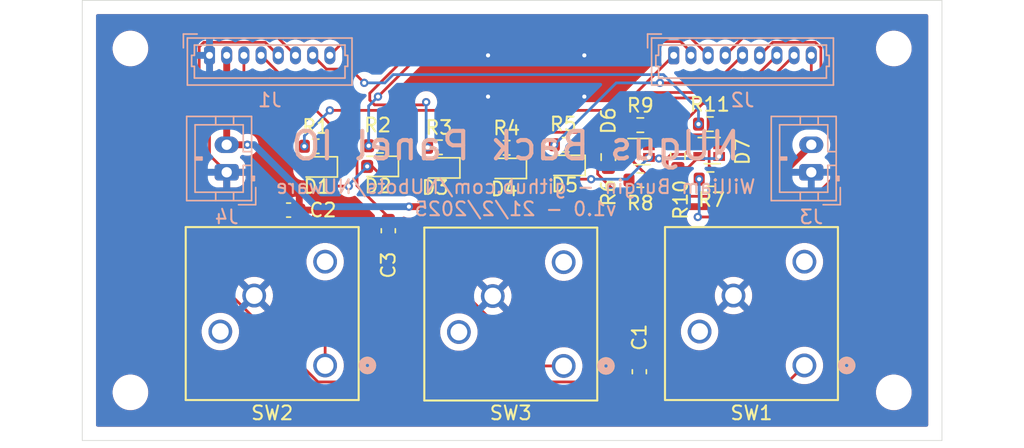
<source format=kicad_pcb>
(kicad_pcb (version 20241229) (generator "pcbnew") (generator_version "9.0")
  (layers (0 "F.Cu" signal) (2 "B.Cu" signal) (13 "F.Paste" user) (15 "B.Paste" user) (5 "F.SilkS" user "F.Silkscreen") (7 "B.SilkS" user "B.Silkscreen") (1 "F.Mask" user) (3 "B.Mask" user) (25 "Edge.Cuts" user))
  (net 0 "")
  (net 1 "+3.3V")
  (net 2 "Net-(D1-K)")
  (net 3 "Net-(D2-K)")
  (net 4 "Net-(D3-K)")
  (net 5 "Net-(D4-K)")
  (net 6 "Net-(D5-K)")
  (net 7 "Net-(D6-GK)")
  (net 8 "Net-(D6-RK)")
  (net 9 "Net-(D6-BK)")
  (net 10 "Net-(D7-BK)")
  (net 11 "Net-(D7-RK)")
  (net 12 "Net-(D7-GK)")
  (net 13 "VDD")
  (net 14 "/LED6_G")
  (net 15 "/LED6_B")
  (net 16 "/SW_START")
  (net 17 "/SW_MODE")
  (net 18 "/RESET")
  (net 19 "GND")
  (net 20 "/LED3")
  (net 21 "/LED5_G")
  (net 22 "/LED_RX")
  (net 23 "/LED5_R")
  (net 24 "/LED5_B")
  (net 25 "/LED2")
  (net 26 "/LED6_R")
  (net 27 "/LED_TX")
  (net 28 "/LED4")
  (footprint "Resistor_SMD:R_0603_1608Metric" (layer "F.Cu") (at 150.07 80.070792)
    (property "Reference" "R8" (at 0 1.679208 0) (layer "F.SilkS"))
    (property "Value" "470Ω")
    (fp_line (start -0.237258 -0.5225) (end 0.237258 -0.5225) (stroke (width 0.12)) (layer "F.SilkS"))
    (fp_line (start -0.237258 0.5225) (end 0.237258 0.5225) (stroke (width 0.12)) (layer "F.SilkS"))
    (pad "1" smd roundrect (at -0.825 0) (size 0.8 0.95) (layers "F.Cu" "F.Mask" "F.Paste") (net 23 "/LED5_R"))
    (pad "2" smd roundrect (at 0.825 0) (size 0.8 0.95) (layers "F.Cu" "F.Mask" "F.Paste") (net 8 "Net-(D6-RK)"))
  )
  (footprint "Resistor_SMD:R_0603_1608Metric" (layer "F.Cu") (at 150.07 76.070792)
    (property "Reference" "R9" (at 0 -1.43 0) (layer "F.SilkS"))
    (property "Value" "240Ω")
    (fp_line (start -0.237258 -0.5225) (end 0.237258 -0.5225) (stroke (width 0.12)) (layer "F.SilkS"))
    (fp_line (start -0.237258 0.5225) (end 0.237258 0.5225) (stroke (width 0.12)) (layer "F.SilkS"))
    (pad "1" smd roundrect (at -0.825 0) (size 0.8 0.95) (layers "F.Cu" "F.Mask" "F.Paste") (net 24 "/LED5_B"))
    (pad "2" smd roundrect (at 0.825 0) (size 0.8 0.95) (layers "F.Cu" "F.Mask" "F.Paste") (net 9 "Net-(D6-BK)"))
  )
  (footprint "LED_SMD:LED_LiteOn_LTST-C19HE1WT" (layer "F.Cu") (at 149.97 77.995792 90)
    (property "Reference" "D6" (at 2.245792 -2.22 90) (layer "F.SilkS"))
    (property "Value" "EAST1616RGBB2")
    (fp_line (start 0.95 -0.8) (end 0.95 0.8) (stroke (width 0.12)) (layer "F.SilkS"))
    (fp_line (start -0.95 -0.35) (end -0.95 0.8) (stroke (width 0.12)) (layer "F.SilkS"))
    (pad "1" smd rect (at -0.425 -0.725 90) (size 0.65 0.85) (layers "F.Cu" "F.Mask" "F.Paste") (net 8 "Net-(D6-RK)"))
    (pad "2" smd rect (at 0.425 -0.725 90) (size 0.65 0.85) (layers "F.Cu" "F.Mask" "F.Paste") (net 7 "Net-(D6-GK)"))
    (pad "3" smd rect (at 0.425 0.725 90) (size 0.65 0.85) (layers "F.Cu" "F.Mask" "F.Paste") (net 9 "Net-(D6-BK)"))
    (pad "4" smd rect (at -0.425 0.725 90) (size 0.65 0.85) (layers "F.Cu" "F.Mask" "F.Paste") (net 1 "+3.3V"))
  )
  (footprint "LED_SMD:LED_LiteOn_LTST-C19HE1WT" (layer "F.Cu") (at 155.07563 77.925 90)
    (property "Reference" "D7" (at -0.075 2.42437 90) (layer "F.SilkS"))
    (property "Value" "EAST1616RGBB2")
    (fp_line (start 0.95 -0.8) (end 0.95 0.8) (stroke (width 0.12)) (layer "F.SilkS"))
    (fp_line (start -0.95 -0.35) (end -0.95 0.8) (stroke (width 0.12)) (layer "F.SilkS"))
    (pad "1" smd rect (at -0.425 -0.725 90) (size 0.65 0.85) (layers "F.Cu" "F.Mask" "F.Paste") (net 11 "Net-(D7-RK)"))
    (pad "2" smd rect (at 0.425 -0.725 90) (size 0.65 0.85) (layers "F.Cu" "F.Mask" "F.Paste") (net 12 "Net-(D7-GK)"))
    (pad "3" smd rect (at 0.425 0.725 90) (size 0.65 0.85) (layers "F.Cu" "F.Mask" "F.Paste") (net 10 "Net-(D7-BK)"))
    (pad "4" smd rect (at -0.425 0.725 90) (size 0.65 0.85) (layers "F.Cu" "F.Mask" "F.Paste") (net 1 "+3.3V"))
  )
  (footprint "Resistor_SMD:R_0603_1608Metric" (layer "F.Cu") (at 140.352657 77.72)
    (property "Reference" "R4" (at 0 -1.43 0) (layer "F.SilkS"))
    (property "Value" "240Ω")
    (fp_line (start -0.237258 -0.5225) (end 0.237258 -0.5225) (stroke (width 0.12)) (layer "F.SilkS"))
    (fp_line (start -0.237258 0.5225) (end 0.237258 0.5225) (stroke (width 0.12)) (layer "F.SilkS"))
    (pad "1" smd roundrect (at -0.825 0) (size 0.8 0.95) (layers "F.Cu" "F.Mask" "F.Paste") (net 20 "/LED3"))
    (pad "2" smd roundrect (at 0.825 0) (size 0.8 0.95) (layers "F.Cu" "F.Mask" "F.Paste") (net 5 "Net-(D4-K)"))
  )
  (footprint "LED_SMD:LED_0603_1608Metric" (layer "F.Cu") (at 135.47 79.1825 180)
    (property "Reference" "D3" (at 0.314783 -1.43 0) (layer "F.SilkS"))
    (property "Value" "LED (red) 5988010107F")
    (fp_line (start 0.8 -0.735) (end -1.485 -0.735) (stroke (width 0.12)) (layer "F.SilkS"))
    (fp_line (start -1.485 0.735) (end 0.8 0.735) (stroke (width 0.12)) (layer "F.SilkS"))
    (fp_line (start -1.485 -0.735) (end -1.485 0.735) (stroke (width 0.12)) (layer "F.SilkS"))
    (pad "1" smd roundrect (at -0.7875 0 180) (size 0.875 0.95) (layers "F.Cu" "F.Mask" "F.Paste") (net 4 "Net-(D3-K)"))
    (pad "2" smd roundrect (at 0.7875 0 180) (size 0.875 0.95) (layers "F.Cu" "F.Mask" "F.Paste") (net 1 "+3.3V"))
  )
  (footprint "LED_SMD:LED_0603_1608Metric" (layer "F.Cu") (at 126.565 79.11 180)
    (property "Reference" "D1" (at 0 -1.43 0) (layer "F.SilkS"))
    (property "Value" "LED (yellow-green) 5988060107F")
    (fp_line (start 0.8 -0.735) (end -1.485 -0.735) (stroke (width 0.12)) (layer "F.SilkS"))
    (fp_line (start -1.485 0.735) (end 0.8 0.735) (stroke (width 0.12)) (layer "F.SilkS"))
    (fp_line (start -1.485 -0.735) (end -1.485 0.735) (stroke (width 0.12)) (layer "F.SilkS"))
    (pad "1" smd roundrect (at -0.7875 0 180) (size 0.875 0.95) (layers "F.Cu" "F.Mask" "F.Paste") (net 2 "Net-(D1-K)"))
    (pad "2" smd roundrect (at 0.7875 0 180) (size 0.875 0.95) (layers "F.Cu" "F.Mask" "F.Paste") (net 1 "+3.3V"))
  )
  (footprint "Capacitor_SMD:C_0603_1608Metric" (layer "F.Cu") (at 124.5 82.25)
    (property "Reference" "C2" (at 2.5 0 0) (layer "F.SilkS"))
    (property "Value" "100nF")
    (fp_line (start -0.14058 -0.51) (end 0.14058 -0.51) (stroke (width 0.12)) (layer "F.SilkS"))
    (fp_line (start -0.14058 0.51) (end 0.14058 0.51) (stroke (width 0.12)) (layer "F.SilkS"))
    (pad "1" smd roundrect (at -0.775 0) (size 0.9 0.95) (layers "F.Cu" "F.Mask" "F.Paste") (net 17 "/SW_MODE"))
    (pad "2" smd roundrect (at 0.775 0) (size 0.9 0.95) (layers "F.Cu" "F.Mask" "F.Paste") (net 19 "GND"))
  )
  (footprint "Resistor_SMD:R_0603_1608Metric" (layer "F.Cu") (at 155.175 80)
    (property "Reference" "R7" (at 0.075 1.5 0) (layer "F.SilkS"))
    (property "Value" "240Ω")
    (fp_line (start -0.237258 -0.5225) (end 0.237258 -0.5225) (stroke (width 0.12)) (layer "F.SilkS"))
    (fp_line (start -0.237258 0.5225) (end 0.237258 0.5225) (stroke (width 0.12)) (layer "F.SilkS"))
    (pad "1" smd roundrect (at -0.825 0) (size 0.8 0.95) (layers "F.Cu" "F.Mask" "F.Paste") (net 14 "/LED6_G"))
    (pad "2" smd roundrect (at 0.825 0) (size 0.8 0.95) (layers "F.Cu" "F.Mask" "F.Paste") (net 12 "Net-(D7-GK)"))
  )
  (footprint "footprints:KS11_CNK" (layer "F.Cu") (at 127.1562 93.5438)
    (property "Reference" "SW2" (at -3.8481 3.4562 0) (layer "F.SilkS"))
    (property "Value" "KS11R22CQD (black)")
    (fp_line (start -10.1346 -10.0584) (end -10.1346 2.5146) (stroke (width 0.1524)) (layer "F.SilkS"))
    (fp_line (start -10.1346 2.5146) (end 2.4384 2.5146) (stroke (width 0.1524)) (layer "F.SilkS"))
    (fp_line (start 2.4384 -10.0584) (end -10.1346 -10.0584) (stroke (width 0.1524)) (layer "F.SilkS"))
    (fp_line (start 2.4384 2.5146) (end 2.4384 -10.0584) (stroke (width 0.1524)) (layer "F.SilkS"))
    (fp_circle (center 3.0734 0) (end 3.4544 0) (stroke (width 0.508)) (fill no) (layer "F.SilkS"))
    (fp_circle (center 3.0734 0) (end 3.4544 0) (stroke (width 0.508)) (fill no) (layer "B.SilkS"))
    (pad "1" thru_hole circle (at 0 0) (size 1.7272 1.7272) (drill 1.2192) (layers "*.Cu" "*.Mask") (net 17 "/SW_MODE"))
    (pad "2" thru_hole circle (at -5.1562 -5.08) (size 1.7272 1.7272) (drill 1.2192) (layers "*.Cu" "*.Mask") (net 19 "GND"))
    (pad "3" thru_hole circle (at -7.62 -2.4638 90) (size 1.7272 1.7272) (drill 1.2192) (layers "*.Cu" "*.Mask"))
    (pad "4" thru_hole circle (at 0 -7.5438 90) (size 1.7272 1.7272) (drill 1.2192) (layers "*.Cu" "*.Mask"))
  )
  (footprint "LED_SMD:LED_0603_1608Metric" (layer "F.Cu") (at 131 79.0725 180)
    (property "Reference" "D2" (at 0 -1.43 0) (layer "F.SilkS"))
    (property "Value" "LED (yellow-green) 5988060107F")
    (fp_line (start 0.8 -0.735) (end -1.485 -0.735) (stroke (width 0.12)) (layer "F.SilkS"))
    (fp_line (start -1.485 0.735) (end 0.8 0.735) (stroke (width 0.12)) (layer "F.SilkS"))
    (fp_line (start -1.485 -0.735) (end -1.485 0.735) (stroke (width 0.12)) (layer "F.SilkS"))
    (pad "1" smd roundrect (at -0.7875 0 180) (size 0.875 0.95) (layers "F.Cu" "F.Mask" "F.Paste") (net 3 "Net-(D2-K)"))
    (pad "2" smd roundrect (at 0.7875 0 180) (size 0.875 0.95) (layers "F.Cu" "F.Mask" "F.Paste") (net 1 "+3.3V"))
  )
  (footprint "Capacitor_SMD:C_0603_1608Metric" (layer "F.Cu") (at 150 94 90)
    (property "Reference" "C1" (at 2.5 0 90) (layer "F.SilkS"))
    (property "Value" "100nF")
    (fp_line (start -0.14058 -0.51) (end 0.14058 -0.51) (stroke (width 0.12)) (layer "F.SilkS"))
    (fp_line (start -0.14058 0.51) (end 0.14058 0.51) (stroke (width 0.12)) (layer "F.SilkS"))
    (pad "1" smd roundrect (at -0.775 0 90) (size 0.9 0.95) (layers "F.Cu" "F.Mask" "F.Paste") (net 18 "/RESET"))
    (pad "2" smd roundrect (at 0.775 0 90) (size 0.9 0.95) (layers "F.Cu" "F.Mask" "F.Paste") (net 19 "GND"))
  )
  (footprint "footprints:KS11_CNK" (layer "F.Cu") (at 144.5 93.58)
    (property "Reference" "SW3" (at -3.8481 3.42 0) (layer "F.SilkS"))
    (property "Value" "KS11R27CQD (blue)")
    (fp_line (start -10.1346 -10.0584) (end -10.1346 2.5146) (stroke (width 0.1524)) (layer "F.SilkS"))
    (fp_line (start -10.1346 2.5146) (end 2.4384 2.5146) (stroke (width 0.1524)) (layer "F.SilkS"))
    (fp_line (start 2.4384 -10.0584) (end -10.1346 -10.0584) (stroke (width 0.1524)) (layer "F.SilkS"))
    (fp_line (start 2.4384 2.5146) (end 2.4384 -10.0584) (stroke (width 0.1524)) (layer "F.SilkS"))
    (fp_circle (center 3.0734 0) (end 3.4544 0) (stroke (width 0.508)) (fill no) (layer "F.SilkS"))
    (fp_circle (center 3.0734 0) (end 3.4544 0) (stroke (width 0.508)) (fill no) (layer "B.SilkS"))
    (pad "1" thru_hole circle (at 0 0) (size 1.7272 1.7272) (drill 1.2192) (layers "*.Cu" "*.Mask") (net 16 "/SW_START"))
    (pad "2" thru_hole circle (at -5.1562 -5.08) (size 1.7272 1.7272) (drill 1.2192) (layers "*.Cu" "*.Mask") (net 19 "GND"))
    (pad "3" thru_hole circle (at -7.62 -2.4638 90) (size 1.7272 1.7272) (drill 1.2192) (layers "*.Cu" "*.Mask"))
    (pad "4" thru_hole circle (at 0 -7.5438 90) (size 1.7272 1.7272) (drill 1.2192) (layers "*.Cu" "*.Mask"))
  )
  (footprint "MountingHole:MountingHole_2.2mm_M2" (layer "F.Cu") (at 168.5 95.5)
    (property "Reference" "REF**" (hide yes))
    (property "Value" "MountingHole_2.2mm_M2")
    (pad "" np_thru_hole circle (at 0 0) (size 2.2 2.2) (drill 2.2) (layers "*.Cu" "*.Mask"))
  )
  (footprint "Resistor_SMD:R_0603_1608Metric" (layer "F.Cu") (at 155.12563 76)
    (property "Reference" "R11" (at 0 -1.43 0) (layer "F.SilkS"))
    (property "Value" "240Ω")
    (fp_line (start -0.237258 -0.5225) (end 0.237258 -0.5225) (stroke (width 0.12)) (layer "F.SilkS"))
    (fp_line (start -0.237258 0.5225) (end 0.237258 0.5225) (stroke (width 0.12)) (layer "F.SilkS"))
    (pad "1" smd roundrect (at -0.825 0) (size 0.8 0.95) (layers "F.Cu" "F.Mask" "F.Paste") (net 15 "/LED6_B"))
    (pad "2" smd roundrect (at 0.825 0) (size 0.8 0.95) (layers "F.Cu" "F.Mask" "F.Paste") (net 10 "Net-(D7-BK)"))
  )
  (footprint "Resistor_SMD:R_0603_1608Metric" (layer "F.Cu") (at 144.646876 77.5)
    (property "Reference" "R5" (at -0.175 -1.5 0) (layer "F.SilkS"))
    (property "Value" "240Ω")
    (fp_line (start -0.237258 -0.5225) (end 0.237258 -0.5225) (stroke (width 0.12)) (layer "F.SilkS"))
    (fp_line (start -0.237258 0.5225) (end 0.237258 0.5225) (stroke (width 0.12)) (layer "F.SilkS"))
    (pad "1" smd roundrect (at -0.825 0) (size 0.8 0.95) (layers "F.Cu" "F.Mask" "F.Paste") (net 28 "/LED4"))
    (pad "2" smd roundrect (at 0.825 0) (size 0.8 0.95) (layers "F.Cu" "F.Mask" "F.Paste") (net 6 "Net-(D5-K)"))
  )
  (footprint "Resistor_SMD:R_0603_1608Metric" (layer "F.Cu") (at 131.145 77.5725)
    (property "Reference" "R2" (at -0.175 -1.5 0) (layer "F.SilkS"))
    (property "Value" "470Ω")
    (fp_line (start -0.237258 -0.5225) (end 0.237258 -0.5225) (stroke (width 0.12)) (layer "F.SilkS"))
    (fp_line (start -0.237258 0.5225) (end 0.237258 0.5225) (stroke (width 0.12)) (layer "F.SilkS"))
    (pad "1" smd roundrect (at -0.825 0) (size 0.8 0.95) (layers "F.Cu" "F.Mask" "F.Paste") (net 22 "/LED_RX"))
    (pad "2" smd roundrect (at 0.825 0) (size 0.8 0.95) (layers "F.Cu" "F.Mask" "F.Paste") (net 3 "Net-(D2-K)"))
  )
  (footprint "MountingHole:MountingHole_2.2mm_M2" (layer "F.Cu") (at 168.5 70.5)
    (property "Reference" "REF**" (hide yes))
    (property "Value" "MountingHole_2.2mm_M2")
    (pad "" np_thru_hole circle (at 0 0) (size 2.2 2.2) (drill 2.2) (layers "*.Cu" "*.Mask"))
  )
  (footprint "footprints:KS11_CNK" (layer "F.Cu") (at 162 93.5438)
    (property "Reference" "SW1" (at -3.8481 3.4562 0) (layer "F.SilkS"))
    (property "Value" "KS11R23CQD (red)")
    (fp_line (start -10.1346 -10.0584) (end -10.1346 2.5146) (stroke (width 0.1524)) (layer "F.SilkS"))
    (fp_line (start -10.1346 2.5146) (end 2.4384 2.5146) (stroke (width 0.1524)) (layer "F.SilkS"))
    (fp_line (start 2.4384 -10.0584) (end -10.1346 -10.0584) (stroke (width 0.1524)) (layer "F.SilkS"))
    (fp_line (start 2.4384 2.5146) (end 2.4384 -10.0584) (stroke (width 0.1524)) (layer "F.SilkS"))
    (fp_circle (center 3.0734 0) (end 3.4544 0) (stroke (width 0.508)) (fill no) (layer "F.SilkS"))
    (fp_circle (center 3.0734 0) (end 3.4544 0) (stroke (width 0.508)) (fill no) (layer "B.SilkS"))
    (pad "1" thru_hole circle (at 0 0) (size 1.7272 1.7272) (drill 1.2192) (layers "*.Cu" "*.Mask") (net 18 "/RESET"))
    (pad "2" thru_hole circle (at -5.1562 -5.08) (size 1.7272 1.7272) (drill 1.2192) (layers "*.Cu" "*.Mask") (net 19 "GND"))
    (pad "3" thru_hole circle (at -7.62 -2.4638 90) (size 1.7272 1.7272) (drill 1.2192) (layers "*.Cu" "*.Mask"))
    (pad "4" thru_hole circle (at 0 -7.5438 90) (size 1.7272 1.7272) (drill 1.2192) (layers "*.Cu" "*.Mask"))
  )
  (footprint "MountingHole:MountingHole_2.2mm_M2" (layer "F.Cu") (at 113 70.5)
    (property "Reference" "REF**" (hide yes))
    (property "Value" "MountingHole_2.2mm_M2")
    (pad "" np_thru_hole circle (at 0 0) (size 2.2 2.2) (drill 2.2) (layers "*.Cu" "*.Mask"))
  )
  (footprint "LED_SMD:LED_0603_1608Metric" (layer "F.Cu") (at 144.576876 79 180)
    (property "Reference" "D5" (at 0 -1.43 0) (layer "F.SilkS"))
    (property "Value" "LED (green) 5988070107F")
    (fp_line (start 0.8 -0.735) (end -1.485 -0.735) (stroke (width 0.12)) (layer "F.SilkS"))
    (fp_line (start -1.485 0.735) (end 0.8 0.735) (stroke (width 0.12)) (layer "F.SilkS"))
    (fp_line (start -1.485 -0.735) (end -1.485 0.735) (stroke (width 0.12)) (layer "F.SilkS"))
    (pad "1" smd roundrect (at -0.7875 0 180) (size 0.875 0.95) (layers "F.Cu" "F.Mask" "F.Paste") (net 6 "Net-(D5-K)"))
    (pad "2" smd roundrect (at 0.7875 0 180) (size 0.875 0.95) (layers "F.Cu" "F.Mask" "F.Paste") (net 1 "+3.3V"))
  )
  (footprint "Resistor_SMD:R_0603_1608Metric" (layer "F.Cu") (at 135.4325 77.6825)
    (property "Reference" "R3" (at 0 -1.43 0) (layer "F.SilkS"))
    (property "Value" "470Ω")
    (fp_line (start -0.237258 -0.5225) (end 0.237258 -0.5225) (stroke (width 0.12)) (layer "F.SilkS"))
    (fp_line (start -0.237258 0.5225) (end 0.237258 0.5225) (stroke (width 0.12)) (layer "F.SilkS"))
    (pad "1" smd roundrect (at -0.825 0) (size 0.8 0.95) (layers "F.Cu" "F.Mask" "F.Paste") (net 25 "/LED2"))
    (pad "2" smd roundrect (at 0.825 0) (size 0.8 0.95) (layers "F.Cu" "F.Mask" "F.Paste") (net 4 "Net-(D3-K)"))
  )
  (footprint "Resistor_SMD:R_0603_1608Metric" (layer "F.Cu") (at 147.745 78.395792 -90)
    (property "Reference" "R6" (at 2.604208 -0.005 90) (layer "F.SilkS"))
    (property "Value" "240Ω")
    (fp_line (start -0.237258 0.5225) (end 0.237258 0.5225) (stroke (width 0.12)) (layer "F.SilkS"))
    (fp_line (start -0.237258 -0.5225) (end 0.237258 -0.5225) (stroke (width 0.12)) (layer "F.SilkS"))
    (pad "1" smd roundrect (at -0.825 0 270) (size 0.8 0.95) (layers "F.Cu" "F.Mask" "F.Paste") (net 21 "/LED5_G"))
    (pad "2" smd roundrect (at 0.825 0 270) (size 0.8 0.95) (layers "F.Cu" "F.Mask" "F.Paste") (net 7 "Net-(D6-GK)"))
  )
  (footprint "Capacitor_SMD:C_0603_1608Metric" (layer "F.Cu") (at 131.75 83.75 -90)
    (property "Reference" "C3" (at 2.5 0 90) (layer "F.SilkS"))
    (property "Value" "100nF")
    (fp_line (start -0.14058 0.51) (end 0.14058 0.51) (stroke (width 0.12)) (layer "F.SilkS"))
    (fp_line (start -0.14058 -0.51) (end 0.14058 -0.51) (stroke (width 0.12)) (layer "F.SilkS"))
    (pad "1" smd roundrect (at -0.775 0 270) (size 0.9 0.95) (layers "F.Cu" "F.Mask" "F.Paste") (net 16 "/SW_START"))
    (pad "2" smd roundrect (at 0.775 0 270) (size 0.9 0.95) (layers "F.Cu" "F.Mask" "F.Paste") (net 19 "GND"))
  )
  (footprint "MountingHole:MountingHole_2.2mm_M2" (layer "F.Cu") (at 113 95.5)
    (property "Reference" "REF**" (hide yes))
    (property "Value" "MountingHole_2.2mm_M2")
    (pad "" np_thru_hole circle (at 0 0) (size 2.2 2.2) (drill 2.2) (layers "*.Cu" "*.Mask"))
  )
  (footprint "Resistor_SMD:R_0603_1608Metric" (layer "F.Cu") (at 126.47 77.61)
    (property "Reference" "R1" (at 0 -1.43 0) (layer "F.SilkS"))
    (property "Value" "470Ω")
    (fp_line (start -0.237258 -0.5225) (end 0.237258 -0.5225) (stroke (width 0.12)) (layer "F.SilkS"))
    (fp_line (start -0.237258 0.5225) (end 0.237258 0.5225) (stroke (width 0.12)) (layer "F.SilkS"))
    (pad "1" smd roundrect (at -0.825 0) (size 0.8 0.95) (layers "F.Cu" "F.Mask" "F.Paste") (net 27 "/LED_TX"))
    (pad "2" smd roundrect (at 0.825 0) (size 0.8 0.95) (layers "F.Cu" "F.Mask" "F.Paste") (net 2 "Net-(D1-K)"))
  )
  (footprint "LED_SMD:LED_0603_1608Metric" (layer "F.Cu") (at 140.307657 79.22 180)
    (property "Reference" "D4" (at 0.13 -1.5 0) (layer "F.SilkS"))
    (property "Value" "LED (blue) 5988091107F")
    (fp_line (start 0.8 -0.735) (end -1.485 -0.735) (stroke (width 0.12)) (layer "F.SilkS"))
    (fp_line (start -1.485 0.735) (end 0.8 0.735) (stroke (width 0.12)) (layer "F.SilkS"))
    (fp_line (start -1.485 -0.735) (end -1.485 0.735) (stroke (width 0.12)) (layer "F.SilkS"))
    (pad "1" smd roundrect (at -0.7875 0 180) (size 0.875 0.95) (layers "F.Cu" "F.Mask" "F.Paste") (net 5 "Net-(D4-K)"))
    (pad "2" smd roundrect (at 0.7875 0 180) (size 0.875 0.95) (layers "F.Cu" "F.Mask" "F.Paste") (net 1 "+3.3V"))
  )
  (footprint "Resistor_SMD:R_0603_1608Metric" (layer "F.Cu") (at 152.80063 78.325 -90)
    (property "Reference" "R10" (at 3.175 -0.19937 90) (layer "F.SilkS"))
    (property "Value" "470Ω")
    (fp_line (start -0.237258 0.5225) (end 0.237258 0.5225) (stroke (width 0.12)) (layer "F.SilkS"))
    (fp_line (start -0.237258 -0.5225) (end 0.237258 -0.5225) (stroke (width 0.12)) (layer "F.SilkS"))
    (pad "1" smd roundrect (at -0.825 0 270) (size 0.8 0.95) (layers "F.Cu" "F.Mask" "F.Paste") (net 26 "/LED6_R"))
    (pad "2" smd roundrect (at 0.825 0 270) (size 0.8 0.95) (layers "F.Cu" "F.Mask" "F.Paste") (net 11 "Net-(D7-RK)"))
  )
  (footprint "Connector_Molex:Molex_PicoBlade_53047-0810_1x08_P1.25mm_Vertical" (layer "B.Cu") (at 118.75 71)
    (property "Reference" "J1" (at 4.38 3.25 0) (layer "B.SilkS") (effects (justify mirror)))
    (property "Value" "Molex Picoblade 0530470810")
    (fp_line (start -1.9 -0.55) (end -1.9 -1.55) (stroke (width 0.12)) (layer "B.SilkS"))
    (fp_line (start -1.61 -1.26) (end -1.61 2.16) (stroke (width 0.12)) (layer "B.SilkS"))
    (fp_line (start -1.61 2.16) (end 10.36 2.16) (stroke (width 0.12)) (layer "B.SilkS"))
    (fp_line (start -1.3 0) (end -1.1 0) (stroke (width 0.12)) (layer "B.SilkS"))
    (fp_line (start -1.3 0.8) (end -1.3 0) (stroke (width 0.12)) (layer "B.SilkS"))
    (fp_line (start -1.1 -0.75) (end 4.375 -0.75) (stroke (width 0.12)) (layer "B.SilkS"))
    (fp_line (start -1.1 0) (end -1.1 -0.75) (stroke (width 0.12)) (layer "B.SilkS"))
    (fp_line (start -1.1 0.8) (end -1.3 0.8) (stroke (width 0.12)) (layer "B.SilkS"))
    (fp_line (start -1.1 1.65) (end -1.1 0.8) (stroke (width 0.12)) (layer "B.SilkS"))
    (fp_line (start -0.9 -1.55) (end -1.9 -1.55) (stroke (width 0.12)) (layer "B.SilkS"))
    (fp_line (start 4.375 1.65) (end -1.1 1.65) (stroke (width 0.12)) (layer "B.SilkS"))
    (fp_line (start 4.375 1.65) (end 9.85 1.65) (stroke (width 0.12)) (layer "B.SilkS"))
    (fp_line (start 9.85 -0.75) (end 4.375 -0.75) (stroke (width 0.12)) (layer "B.SilkS"))
    (fp_line (start 9.85 0) (end 9.85 -0.75) (stroke (width 0.12)) (layer "B.SilkS"))
    (fp_line (start 9.85 0.8) (end 10.05 0.8) (stroke (width 0.12)) (layer "B.SilkS"))
    (fp_line (start 9.85 1.65) (end 9.85 0.8) (stroke (width 0.12)) (layer "B.SilkS"))
    (fp_line (start 10.05 0) (end 9.85 0) (stroke (width 0.12)) (layer "B.SilkS"))
    (fp_line (start 10.05 0.8) (end 10.05 0) (stroke (width 0.12)) (layer "B.SilkS"))
    (fp_line (start 10.36 -1.26) (end -1.61 -1.26) (stroke (width 0.12)) (layer "B.SilkS"))
    (fp_line (start 10.36 2.16) (end 10.36 -1.26) (stroke (width 0.12)) (layer "B.SilkS"))
    (pad "1" thru_hole roundrect (at 0 0) (size 0.8 1.3) (drill 0.5) (layers "*.Cu" "*.Mask") (net 19 "GND"))
    (pad "2" thru_hole oval (at 1.25 0) (size 0.8 1.3) (drill 0.5) (layers "*.Cu" "*.Mask") (net 13 "VDD"))
    (pad "3" thru_hole oval (at 2.5 0) (size 0.8 1.3) (drill 0.5) (layers "*.Cu" "*.Mask") (net 1 "+3.3V"))
    (pad "4" thru_hole oval (at 3.75 0) (size 0.8 1.3) (drill 0.5) (layers "*.Cu" "*.Mask") (net 16 "/SW_START"))
    (pad "5" thru_hole oval (at 5 0) (size 0.8 1.3) (drill 0.5) (layers "*.Cu" "*.Mask") (net 17 "/SW_MODE"))
    (pad "6" thru_hole oval (at 6.25 0) (size 0.8 1.3) (drill 0.5) (layers "*.Cu" "*.Mask") (net 18 "/RESET"))
    (pad "7" thru_hole oval (at 7.5 0) (size 0.8 1.3) (drill 0.5) (layers "*.Cu" "*.Mask") (net 15 "/LED6_B"))
    (pad "8" thru_hole oval (at 8.75 0) (size 0.8 1.3) (drill 0.5) (layers "*.Cu" "*.Mask") (net 14 "/LED6_G"))
  )
  (footprint "Connector_Molex:Molex_PicoBlade_53047-0910_1x09_P1.25mm_Vertical" (layer "B.Cu") (at 152.5 71)
    (property "Reference" "J2" (at 5 3.25 0) (layer "B.SilkS") (effects (justify mirror)))
    (property "Value" "Molex Picoblade 0530470910")
    (fp_line (start -1.9 -0.55) (end -1.9 -1.55) (stroke (width 0.12)) (layer "B.SilkS"))
    (fp_line (start -1.61 -1.26) (end -1.61 2.16) (stroke (width 0.12)) (layer "B.SilkS"))
    (fp_line (start -1.61 2.16) (end 11.61 2.16) (stroke (width 0.12)) (layer "B.SilkS"))
    (fp_line (start -1.3 0) (end -1.1 0) (stroke (width 0.12)) (layer "B.SilkS"))
    (fp_line (start -1.3 0.8) (end -1.3 0) (stroke (width 0.12)) (layer "B.SilkS"))
    (fp_line (start -1.1 -0.75) (end 5 -0.75) (stroke (width 0.12)) (layer "B.SilkS"))
    (fp_line (start -1.1 0) (end -1.1 -0.75) (stroke (width 0.12)) (layer "B.SilkS"))
    (fp_line (start -1.1 0.8) (end -1.3 0.8) (stroke (width 0.12)) (layer "B.SilkS"))
    (fp_line (start -1.1 1.65) (end -1.1 0.8) (stroke (width 0.12)) (layer "B.SilkS"))
    (fp_line (start -0.9 -1.55) (end -1.9 -1.55) (stroke (width 0.12)) (layer "B.SilkS"))
    (fp_line (start 5 1.65) (end -1.1 1.65) (stroke (width 0.12)) (layer "B.SilkS"))
    (fp_line (start 5 1.65) (end 11.1 1.65) (stroke (width 0.12)) (layer "B.SilkS"))
    (fp_line (start 11.1 -0.75) (end 5 -0.75) (stroke (width 0.12)) (layer "B.SilkS"))
    (fp_line (start 11.1 0) (end 11.1 -0.75) (stroke (width 0.12)) (layer "B.SilkS"))
    (fp_line (start 11.1 0.8) (end 11.3 0.8) (stroke (width 0.12)) (layer "B.SilkS"))
    (fp_line (start 11.1 1.65) (end 11.1 0.8) (stroke (width 0.12)) (layer "B.SilkS"))
    (fp_line (start 11.3 0) (end 11.1 0) (stroke (width 0.12)) (layer "B.SilkS"))
    (fp_line (start 11.3 0.8) (end 11.3 0) (stroke (width 0.12)) (layer "B.SilkS"))
    (fp_line (start 11.61 -1.26) (end -1.61 -1.26) (stroke (width 0.12)) (layer "B.SilkS"))
    (fp_line (start 11.61 2.16) (end 11.61 -1.26) (stroke (width 0.12)) (layer "B.SilkS"))
    (pad "1" thru_hole roundrect (at 0 0) (size 0.8 1.3) (drill 0.5) (layers "*.Cu" "*.Mask") (net 27 "/LED_TX"))
    (pad "2" thru_hole oval (at 1.25 0) (size 0.8 1.3) (drill 0.5) (layers "*.Cu" "*.Mask") (net 22 "/LED_RX"))
    (pad "3" thru_hole oval (at 2.5 0) (size 0.8 1.3) (drill 0.5) (layers "*.Cu" "*.Mask") (net 25 "/LED2"))
    (pad "4" thru_hole oval (at 3.75 0) (size 0.8 1.3) (drill 0.5) (layers "*.Cu" "*.Mask") (net 20 "/LED3"))
    (pad "5" thru_hole oval (at 5 0) (size 0.8 1.3) (drill 0.5) (layers "*.Cu" "*.Mask") (net 28 "/LED4"))
    (pad "6" thru_hole oval (at 6.25 0) (size 0.8 1.3) (drill 0.5) (layers "*.Cu" "*.Mask") (net 23 "/LED5_R"))
    (pad "7" thru_hole oval (at 7.5 0) (size 0.8 1.3) (drill 0.5) (layers "*.Cu" "*.Mask") (net 21 "/LED5_G"))
    (pad "8" thru_hole oval (at 8.75 0) (size 0.8 1.3) (drill 0.5) (layers "*.Cu" "*.Mask") (net 24 "/LED5_B"))
    (pad "9" thru_hole oval (at 10 0) (size 0.8 1.3) (drill 0.5) (layers "*.Cu" "*.Mask") (net 26 "/LED6_R"))
  )
  (footprint "Connector_JST:JST_PH_B2B-PH-K_1x02_P2.00mm_Vertical" (layer "B.Cu") (at 120 79.5 90)
    (property "Reference" "J4" (at -3.25 0 0) (layer "B.SilkS") (effects (justify mirror)))
    (property "Value" "B2B-PH-K-S")
    (fp_line (start 4.06 -2.91) (end -2.06 -2.91) (stroke (width 0.12)) (layer "B.SilkS"))
    (fp_line (start -2.06 -2.91) (end -2.06 1.81) (stroke (width 0.12)) (layer "B.SilkS"))
    (fp_line (start 3.45 -2.3) (end -1.45 -2.3) (stroke (width 0.12)) (layer "B.SilkS"))
    (fp_line (start 1.1 -2.3) (end 1.1 -1.8) (stroke (width 0.12)) (layer "B.SilkS"))
    (fp_line (start -1.45 -2.3) (end -1.45 1.2) (stroke (width 0.12)) (layer "B.SilkS"))
    (fp_line (start 1.1 -1.8) (end 0.9 -1.8) (stroke (width 0.12)) (layer "B.SilkS"))
    (fp_line (start 1 -1.8) (end 1 -2.3) (stroke (width 0.12)) (layer "B.SilkS"))
    (fp_line (start 0.9 -1.8) (end 0.9 -2.3) (stroke (width 0.12)) (layer "B.SilkS"))
    (fp_line (start 3.45 -0.8) (end 4.06 -0.8) (stroke (width 0.12)) (layer "B.SilkS"))
    (fp_line (start -1.45 -0.8) (end -2.06 -0.8) (stroke (width 0.12)) (layer "B.SilkS"))
    (fp_line (start 3.45 0.5) (end 4.06 0.5) (stroke (width 0.12)) (layer "B.SilkS"))
    (fp_line (start -1.45 0.5) (end -2.06 0.5) (stroke (width 0.12)) (layer "B.SilkS"))
    (fp_line (start -2.36 0.86) (end -2.36 2.11) (stroke (width 0.12)) (layer "B.SilkS"))
    (fp_line (start 3.45 1.2) (end 3.45 -2.3) (stroke (width 0.12)) (layer "B.SilkS"))
    (fp_line (start 1.5 1.2) (end 3.45 1.2) (stroke (width 0.12)) (layer "B.SilkS"))
    (fp_line (start 0.5 1.2) (end 0.5 1.81) (stroke (width 0.12)) (layer "B.SilkS"))
    (fp_line (start -1.45 1.2) (end 0.5 1.2) (stroke (width 0.12)) (layer "B.SilkS"))
    (fp_line (start 4.06 1.81) (end 4.06 -2.91) (stroke (width 0.12)) (layer "B.SilkS"))
    (fp_line (start 1.5 1.81) (end 1.5 1.2) (stroke (width 0.12)) (layer "B.SilkS"))
    (fp_line (start -0.6 1.81) (end -0.6 2.01) (stroke (width 0.12)) (layer "B.SilkS"))
    (fp_line (start -2.06 1.81) (end 4.06 1.81) (stroke (width 0.12)) (layer "B.SilkS"))
    (fp_line (start -0.6 1.91) (end -0.3 1.91) (stroke (width 0.12)) (layer "B.SilkS"))
    (fp_line (start -0.3 2.01) (end -0.3 1.81) (stroke (width 0.12)) (layer "B.SilkS"))
    (fp_line (start -0.6 2.01) (end -0.3 2.01) (stroke (width 0.12)) (layer "B.SilkS"))
    (fp_line (start -2.36 2.11) (end -1.11 2.11) (stroke (width 0.12)) (layer "B.SilkS"))
    (pad "1" thru_hole roundrect (at 0 0 90) (size 1.2 1.75) (drill 0.75) (layers "*.Cu" "*.Mask") (roundrect_rratio 0.208333) (net 19 "GND"))
    (pad "2" thru_hole oval (at 2 0 90) (size 1.2 1.75) (drill 0.75) (layers "*.Cu" "*.Mask") (net 13 "VDD"))
  )
  (footprint "Connector_JST:JST_PH_B2B-PH-K_1x02_P2.00mm_Vertical" (layer "B.Cu") (at 162.5 79.5 90)
    (property "Reference" "J3" (at -3.25 0 180) (layer "B.SilkS") (effects (justify mirror)))
    (property "Value" "B2B-PH-K-S")
    (fp_line (start 4.06 -2.91) (end -2.06 -2.91) (stroke (width 0.12)) (layer "B.SilkS"))
    (fp_line (start -2.06 -2.91) (end -2.06 1.81) (stroke (width 0.12)) (layer "B.SilkS"))
    (fp_line (start 3.45 -2.3) (end -1.45 -2.3) (stroke (width 0.12)) (layer "B.SilkS"))
    (fp_line (start 1.1 -2.3) (end 1.1 -1.8) (stroke (width 0.12)) (layer "B.SilkS"))
    (fp_line (start -1.45 -2.3) (end -1.45 1.2) (stroke (width 0.12)) (layer "B.SilkS"))
    (fp_line (start 1.1 -1.8) (end 0.9 -1.8) (stroke (width 0.12)) (layer "B.SilkS"))
    (fp_line (start 1 -1.8) (end 1 -2.3) (stroke (width 0.12)) (layer "B.SilkS"))
    (fp_line (start 0.9 -1.8) (end 0.9 -2.3) (stroke (width 0.12)) (layer "B.SilkS"))
    (fp_line (start 3.45 -0.8) (end 4.06 -0.8) (stroke (width 0.12)) (layer "B.SilkS"))
    (fp_line (start -1.45 -0.8) (end -2.06 -0.8) (stroke (width 0.12)) (layer "B.SilkS"))
    (fp_line (start 3.45 0.5) (end 4.06 0.5) (stroke (width 0.12)) (layer "B.SilkS"))
    (fp_line (start -1.45 0.5) (end -2.06 0.5) (stroke (width 0.12)) (layer "B.SilkS"))
    (fp_line (start -2.36 0.86) (end -2.36 2.11) (stroke (width 0.12)) (layer "B.SilkS"))
    (fp_line (start 3.45 1.2) (end 3.45 -2.3) (stroke (width 0.12)) (layer "B.SilkS"))
    (fp_line (start 1.5 1.2) (end 3.45 1.2) (stroke (width 0.12)) (layer "B.SilkS"))
    (fp_line (start 0.5 1.2) (end 0.5 1.81) (stroke (width 0.12)) (layer "B.SilkS"))
    (fp_line (start -1.45 1.2) (end 0.5 1.2) (stroke (width 0.12)) (layer "B.SilkS"))
    (fp_line (start 4.06 1.81) (end 4.06 -2.91) (stroke (width 0.12)) (layer "B.SilkS"))
    (fp_line (start 1.5 1.81) (end 1.5 1.2) (stroke (width 0.12)) (layer "B.SilkS"))
    (fp_line (start -0.6 1.81) (end -0.6 2.01) (stroke (width 0.12)) (layer "B.SilkS"))
    (fp_line (start -2.06 1.81) (end 4.06 1.81) (stroke (width 0.12)) (layer "B.SilkS"))
    (fp_line (start -0.6 1.91) (end -0.3 1.91) (stroke (width 0.12)) (layer "B.SilkS"))
    (fp_line (start -0.3 2.01) (end -0.3 1.81) (stroke (width 0.12)) (layer "B.SilkS"))
    (fp_line (start -0.6 2.01) (end -0.3 2.01) (stroke (width 0.12)) (layer "B.SilkS"))
    (fp_line (start -2.36 2.11) (end -1.11 2.11) (stroke (width 0.12)) (layer "B.SilkS"))
    (pad "1" thru_hole roundrect (at 0 0 90) (size 1.2 1.75) (drill 0.75) (layers "*.Cu" "*.Mask") (roundrect_rratio 0.208333) (net 19 "GND"))
    (pad "2" thru_hole oval (at 2 0 90) (size 1.2 1.75) (drill 0.75) (layers "*.Cu" "*.Mask") (net 13 "VDD"))
  )
  (gr_line (start 172 67) (end 172 99) (stroke (width 0.05)) (layer "Edge.Cuts"))
  (gr_line (start 109.5 67) (end 172 67) (stroke (width 0.05)) (layer "Edge.Cuts"))
  (gr_line (start 172 99) (end 109.5 99) (stroke (width 0.05)) (layer "Edge.Cuts"))
  (gr_line (start 109.5 99) (end 109.5 67) (stroke (width 0.05)) (layer "Edge.Cuts"))
  (gr_text "NUgus Back Panel IO" (at 141 78.75 0) (layer "B.SilkS") (effects (font (size 2 2) (thickness 0.3)) (justify bottom mirror)))
  (gr_text "William Burgin - github.com/NUbots/NUware\nv1.0 - 21/2/2025" (at 141 82.75 0) (layer "B.SilkS") (effects (font (size 1 1)) (justify bottom mirror)))
  (segment (start 139.520157 79.22) (end 140.295157 79.995) (width 0.2) (layer "F.Cu") (net 1))
  (segment (start 150.695 78.420792) (end 151.344637 78.420792) (width 0.2) (layer "F.Cu") (net 1))
  (segment (start 138.782657 79.9575) (end 139.520157 79.22) (width 0.2) (layer "F.Cu") (net 1))
  (segment (start 127.174035 80.506535) (end 128.875829 80.506535) (width 0.2) (layer "F.Cu") (net 1))
  (segment (start 130.5725 79.0725) (end 131.3475 79.8475) (width 0.2) (layer "F.Cu") (net 1))
  (segment (start 144.79181 80.002434) (end 146.496879 80.002434) (width 0.2) (layer "F.Cu") (net 1))
  (segment (start 134.0175 79.8475) (end 134.6825 79.1825) (width 0.2) (layer "F.Cu") (net 1))
  (segment (start 151.344637 78.420792) (end 151.42563 78.501785) (width 0.2) (layer "F.Cu") (net 1))
  (segment (start 121.25 71) (end 121.25 74.5825) (width 0.2) (layer "F.Cu") (net 1))
  (segment (start 130.2125 79.0725) (end 130.5725 79.0725) (width 0.2) (layer "F.Cu") (net 1))
  (segment (start 125.7775 79.11) (end 127.174035 80.506535) (width 0.2) (layer "F.Cu") (net 1))
  (segment (start 135.4575 79.9575) (end 138.782657 79.9575) (width 0.2) (layer "F.Cu") (net 1))
  (segment (start 134.6825 79.1825) (end 135.4575 79.9575) (width 0.2) (layer "F.Cu") (net 1))
  (segment (start 131.3475 79.8475) (end 134.0175 79.8475) (width 0.2) (layer "F.Cu") (net 1))
  (segment (start 143.789376 79) (end 144.79181 80.002434) (width 0.2) (layer "F.Cu") (net 1))
  (segment (start 142.794376 79.995) (end 143.789376 79) (width 0.2) (layer "F.Cu") (net 1))
  (segment (start 140.295157 79.995) (end 142.794376 79.995) (width 0.2) (layer "F.Cu") (net 1))
  (segment (start 121.25 74.5825) (end 125.7775 79.11) (width 0.2) (layer "F.Cu") (net 1))
  (via (at 146.496879 80.002434) (size 0.6) (drill 0.3) (layers "F.Cu" "B.Cu") (net 1))
  (via (at 151.42563 78.501785) (size 0.6) (drill 0.3) (layers "F.Cu" "B.Cu") (net 1))
  (via (at 128.875829 80.506535) (size 0.6) (drill 0.3) (layers "F.Cu" "B.Cu") (net 1))
  (via (at 130.2125 79.0725) (size 0.6) (drill 0.3) (layers "F.Cu" "B.Cu") (net 1))
  (via (at 150.695 78.420792) (size 0.6) (drill 0.3) (layers "F.Cu" "B.Cu") (net 1))
  (via (at 155.80063 78.35) (size 0.6) (drill 0.3) (layers "F.Cu" "B.Cu") (net 1))
  (segment (start 151.42563 78.501785) (end 155.648845 78.501785) (width 0.2) (layer "B.Cu") (net 1))
  (segment (start 128.875829 80.506535) (end 128.875829 80.409171) (width 0.2) (layer "B.Cu") (net 1))
  (segment (start 146.496879 80.002434) (end 149.113358 80.002434) (width 0.2) (layer "B.Cu") (net 1))
  (segment (start 149.113358 80.002434) (end 150.695 78.420792) (width 0.2) (layer "B.Cu") (net 1))
  (segment (start 155.648845 78.501785) (end 155.80063 78.35) (width 0.2) (layer "B.Cu") (net 1))
  (segment (start 128.875829 80.409171) (end 130.2125 79.0725) (width 0.2) (layer "B.Cu") (net 1))
  (segment (start 127.295 79.0525) (end 127.3525 79.11) (width 0.2) (layer "F.Cu") (net 2))
  (segment (start 127.295 77.61) (end 127.295 79.0525) (width 0.2) (layer "F.Cu") (net 2))
  (segment (start 131.7875 79.0725) (end 131.7875 77.755) (width 0.2) (layer "F.Cu") (net 3))
  (segment (start 131.7875 77.755) (end 131.97 77.5725) (width 0.2) (layer "F.Cu") (net 3))
  (segment (start 136.2575 79.1825) (end 136.2575 77.6825) (width 0.2) (layer "F.Cu") (net 4))
  (segment (start 141.095157 77.8025) (end 141.177657 77.72) (width 0.2) (layer "F.Cu") (net 5))
  (segment (start 141.095157 79.22) (end 141.095157 77.8025) (width 0.2) (layer "F.Cu") (net 5))
  (segment (start 145.364376 77.6075) (end 145.471876 77.5) (width 0.2) (layer "F.Cu") (net 6))
  (segment (start 145.364376 79) (end 145.364376 77.6075) (width 0.2) (layer "F.Cu") (net 6))
  (segment (start 148.52 77.670792) (end 148.62 77.570792) (width 0.2) (layer "F.Cu") (net 7))
  (segment (start 148.52 78.445792) (end 148.52 77.670792) (width 0.2) (layer "F.Cu") (net 7))
  (segment (start 148.62 77.570792) (end 149.245 77.570792) (width 0.2) (layer "F.Cu") (net 7))
  (segment (start 147.745 79.220792) (end 148.52 78.445792) (width 0.2) (layer "F.Cu") (net 7))
  (segment (start 150.895 80.070792) (end 149.245 78.420792) (width 0.2) (layer "F.Cu") (net 8))
  (segment (start 150.895 77.370792) (end 150.695 77.570792) (width 0.2) (layer "F.Cu") (net 9))
  (segment (start 150.895 76.070792) (end 150.895 77.370792) (width 0.2) (layer "F.Cu") (net 9))
  (segment (start 155.95063 76) (end 155.95063 77.35) (width 0.2) (layer "F.Cu") (net 10))
  (segment (start 155.95063 77.35) (end 155.80063 77.5) (width 0.2) (layer "F.Cu") (net 10))
  (segment (start 153.55063 79.15) (end 154.35063 78.35) (width 0.2) (layer "F.Cu") (net 11))
  (segment (start 152.80063 79.15) (end 153.55063 79.15) (width 0.2) (layer "F.Cu") (net 11))
  (segment (start 154.35063 77.5) (end 154.97563 77.5) (width 0.2) (layer "F.Cu") (net 12))
  (segment (start 154.97563 77.5) (end 155.07563 77.6) (width 0.2) (layer "F.Cu") (net 12))
  (segment (start 155.07563 77.6) (end 155.07563 79.07563) (width 0.2) (layer "F.Cu") (net 12))
  (segment (start 155.07563 79.07563) (end 156 80) (width 0.2) (layer "F.Cu") (net 12))
  (segment (start 120 71) (end 120 77.5) (width 0.5) (layer "F.Cu") (net 13))
  (segment (start 121.5 77.5) (end 120 77.5) (width 0.5) (layer "F.Cu") (net 13))
  (segment (start 162.5 77.5) (end 158 82) (width 0.5) (layer "F.Cu") (net 13))
  (segment (start 158 82) (end 133.25 82) (width 0.5) (layer "F.Cu") (net 13))
  (via (at 133.25 82) (size 0.6) (drill 0.3) (layers "F.Cu" "B.Cu") (net 13))
  (via (at 121.5 77.5) (size 0.6) (drill 0.3) (layers "F.Cu" "B.Cu") (net 13))
  (segment (start 133.25 82) (end 126.5 82) (width 0.5) (layer "B.Cu") (net 13))
  (segment (start 122 77.5) (end 121.5 77.5) (width 0.5) (layer "B.Cu") (net 13))
  (segment (start 126.5 82) (end 122 77.5) (width 0.5) (layer "B.Cu") (net 13))
  (segment (start 129.3 69.2) (end 127.5 71) (width 0.2) (layer "F.Cu") (net 14))
  (segment (start 161.25 82.75) (end 164 80) (width 0.2) (layer "F.Cu") (net 14))
  (segment (start 154.25 82.75) (end 161.25 82.75) (width 0.2) (layer "F.Cu") (net 14))
  (segment (start 163.7 69.2) (end 129.3 69.2) (width 0.2) (layer "F.Cu") (net 14))
  (segment (start 164 80) (end 164 69.5) (width 0.2) (layer "F.Cu") (net 14))
  (segment (start 164 69.5) (end 163.7 69.2) (width 0.2) (layer "F.Cu") (net 14))
  (via (at 154.25 82.75) (size 0.6) (drill 0.3) (layers "F.Cu" "B.Cu") (net 14))
  (via (at 154.35 80) (size 0.6) (drill 0.3) (layers "F.Cu" "B.Cu") (net 14))
  (segment (start 154.25 82.75) (end 154.35 82.65) (width 0.2) (layer "B.Cu") (net 14))
  (segment (start 154.35 82.65) (end 154.35 80) (width 0.2) (layer "B.Cu") (net 14))
  (segment (start 127.25 72) (end 129 72) (width 0.2) (layer "F.Cu") (net 15))
  (segment (start 129 72) (end 130 73) (width 0.2) (layer "F.Cu") (net 15))
  (segment (start 126.25 71) (end 127.25 72) (width 0.2) (layer "F.Cu") (net 15))
  (via (at 130 73) (size 0.6) (drill 0.3) (layers "F.Cu" "B.Cu") (net 15))
  (via (at 154.30063 76) (size 0.6) (drill 0.3) (layers "F.Cu" "B.Cu") (net 15))
  (segment (start 151.748529 72.4) (end 154.30063 74.952101) (width 0.2) (layer "B.Cu") (net 15))
  (segment (start 154.30063 74.952101) (end 154.30063 76) (width 0.2) (layer "B.Cu") (net 15))
  (segment (start 132.1 72.4) (end 151.748529 72.4) (width 0.2) (layer "B.Cu") (net 15))
  (segment (start 131.5 73) (end 132.1 72.4) (width 0.2) (layer "B.Cu") (net 15))
  (segment (start 130 73) (end 131.5 73) (width 0.2) (layer "B.Cu") (net 15))
  (segment (start 129.475 80.475) (end 137.125 88.125) (width 0.2) (layer "F.Cu") (net 16))
  (segment (start 122.5 71) (end 129.475 77.975) (width 0.2) (layer "F.Cu") (net 16))
  (segment (start 137.125 88.125) (end 142.58 93.58) (width 0.2) (layer "F.Cu") (net 16))
  (segment (start 129.475 77.975) (end 129.475 80.475) (width 0.2) (layer "F.Cu") (net 16))
  (segment (start 142.58 93.58) (end 144.5 93.58) (width 0.2) (layer "F.Cu") (net 16))
  (segment (start 122.8 70.05) (end 118.337352 70.05) (width 0.2) (layer "F.Cu") (net 17))
  (segment (start 119.25 81.5) (end 123 81.5) (width 0.2) (layer "F.Cu") (net 17))
  (segment (start 118.337352 70.05) (end 118 70.387352) (width 0.2) (layer "F.Cu") (net 17))
  (segment (start 123 81.5) (end 123.725 82.225) (width 0.2) (layer "F.Cu") (net 17))
  (segment (start 123.75 71) (end 122.8 70.05) (width 0.2) (layer "F.Cu") (net 17))
  (segment (start 123.725 85.475) (end 127.1562 88.9062) (width 0.2) (layer "F.Cu") (net 17))
  (segment (start 123.725 82.225) (end 123.725 85.475) (width 0.2) (layer "F.Cu") (net 17))
  (segment (start 127.1562 88.9062) (end 127.1562 93.5438) (width 0.2) (layer "F.Cu") (net 17))
  (segment (start 118 80.25) (end 119.25 81.5) (width 0.2) (layer "F.Cu") (net 17))
  (segment (start 118 70.387352) (end 118 80.25) (width 0.2) (layer "F.Cu") (net 17))
  (segment (start 123.65 69.65) (end 118.171666 69.65) (width 0.2) (layer "F.Cu") (net 18))
  (segment (start 126.634221 94.7436) (end 160.8002 94.7436) (width 0.2) (layer "F.Cu") (net 18))
  (segment (start 117.5 70.321666) (end 117.5 85.609379) (width 0.2) (layer "F.Cu") (net 18))
  (segment (start 125 71) (end 123.65 69.65) (width 0.2) (layer "F.Cu") (net 18))
  (segment (start 160.8002 94.7436) (end 162 93.5438) (width 0.2) (layer "F.Cu") (net 18))
  (segment (start 117.5 85.609379) (end 126.634221 94.7436) (width 0.2) (layer "F.Cu") (net 18))
  (segment (start 118.171666 69.65) (end 117.5 70.321666) (width 0.2) (layer "F.Cu") (net 18))
  (segment (start 118.75 71) (end 118.75 78.25) (width 0.2) (layer "F.Cu") (net 19))
  (segment (start 118.75 78.25) (end 120 79.5) (width 0.2) (layer "F.Cu") (net 19))
  (via (at 146 74) (size 0.6) (drill 0.3) (layers "F.Cu" "B.Cu") (net 19))
  (via (at 146 71) (size 0.6) (drill 0.3) (layers "F.Cu" "B.Cu") (net 19))
  (via (at 139 71) (size 0.6) (drill 0.3) (layers "F.Cu" "B.Cu") (net 19))
  (via (at 139 74) (size 0.6) (drill 0.3) (layers "F.Cu" "B.Cu") (net 19))
  (segment (start 146.97 79.63344) (end 146.97 76.592458) (width 0.2) (layer "F.Cu") (net 20))
  (segment (start 162.955635 69.65) (end 163.6 70.294365) (width 0.2) (layer "F.Cu") (net 20))
  (segment (start 156.25 71) (end 157.6 69.65) (width 0.2) (layer "F.Cu") (net 20))
  (segment (start 140.655199 76.592458) (end 139.527657 77.72) (width 0.2) (layer "F.Cu") (net 20))
  (segment (start 157.6 69.65) (end 162.955635 69.65) (width 0.2) (layer "F.Cu") (net 20))
  (segment (start 148.582352 81.245792) (end 146.97 79.63344) (width 0.2) (layer "F.Cu") (net 20))
  (segment (start 146.97 76.592458) (end 140.655199 76.592458) (width 0.2) (layer "F.Cu") (net 20))
  (segment (start 163.6 70.294365) (end 163.6 74.031372) (width 0.2) (layer "F.Cu") (net 20))
  (segment (start 163.6 74.031372) (end 156.38558 81.245792) (width 0.2) (layer "F.Cu") (net 20))
  (segment (start 156.38558 81.245792) (end 148.582352 81.245792) (width 0.2) (layer "F.Cu") (net 20))
  (segment (start 157.3 73.7) (end 150.428144 73.7) (width 0.2) (layer "F.Cu") (net 21))
  (segment (start 150.428144 73.7) (end 147.745 76.383144) (width 0.2) (layer "F.Cu") (net 21))
  (segment (start 160 71) (end 157.3 73.7) (width 0.2) (layer "F.Cu") (net 21))
  (segment (start 147.745 76.383144) (end 147.745 77.570792) (width 0.2) (layer "F.Cu") (net 21))
  (segment (start 153.75 71) (end 153.75 70.75) (width 0.2) (layer "F.Cu") (net 22))
  (segment (start 153 70) (end 135 70) (width 0.2) (layer "F.Cu") (net 22))
  (segment (start 135 70) (end 131 74) (width 0.2) (layer "F.Cu") (net 22))
  (segment (start 153.75 70.75) (end 153 70) (width 0.2) (layer "F.Cu") (net 22))
  (via (at 131 74) (size 0.6) (drill 0.3) (layers "F.Cu" "B.Cu") (net 22))
  (via (at 130.32 77.5725) (size 0.6) (drill 0.3) (layers "F.Cu" "B.Cu") (net 22))
  (segment (start 131 74) (end 130.32 74.68) (width 0.2) (layer "B.Cu") (net 22))
  (segment (start 130.32 74.68) (end 130.32 77.5725) (width 0.2) (layer "B.Cu") (net 22))
  (segment (start 154.713278 76.775) (end 155.00063 76.487648) (width 0.2) (layer "F.Cu") (net 23))
  (segment (start 155.00063 74.9) (end 162.165686 74.9) (width 0.2) (layer "F.Cu") (net 23))
  (segment (start 163.2 73.865686) (end 163.2 70.460051) (width 0.2) (layer "F.Cu") (net 23))
  (segment (start 155.00063 76.487648) (end 155.00063 74.9) (width 0.2) (layer "F.Cu") (net 23))
  (segment (start 153.887982 76.775) (end 154.713278 76.775) (width 0.2) (layer "F.Cu") (net 23))
  (segment (start 153.60063 77.887648) (end 153.60063 77.062352) (width 0.2) (layer "F.Cu") (net 23))
  (segment (start 159.7 70.05) (end 158.75 71) (width 0.2) (layer "F.Cu") (net 23))
  (segment (start 151.307648 80.845792) (end 152.02563 80.12781) (width 0.2) (layer "F.Cu") (net 23))
  (segment (start 152.02563 78.487352) (end 152.312982 78.2) (width 0.2) (layer "F.Cu") (net 23))
  (segment (start 162.165686 74.9) (end 163.2 73.865686) (width 0.2) (layer "F.Cu") (net 23))
  (segment (start 152.312982 78.2) (end 153.288278 78.2) (width 0.2) (layer "F.Cu") (net 23))
  (segment (start 149.245 80.070792) (end 150.02 80.845792) (width 0.2) (layer "F.Cu") (net 23))
  (segment (start 152.02563 80.12781) (end 152.02563 78.487352) (width 0.2) (layer "F.Cu") (net 23))
  (segment (start 163.2 70.460051) (end 162.789949 70.05) (width 0.2) (layer "F.Cu") (net 23))
  (segment (start 150.02 80.845792) (end 151.307648 80.845792) (width 0.2) (layer "F.Cu") (net 23))
  (segment (start 153.60063 77.062352) (end 153.887982 76.775) (width 0.2) (layer "F.Cu") (net 23))
  (segment (start 153.288278 78.2) (end 153.60063 77.887648) (width 0.2) (layer "F.Cu") (net 23))
  (segment (start 162.789949 70.05) (end 159.7 70.05) (width 0.2) (layer "F.Cu") (net 23))
  (segment (start 158.15 74.1) (end 161.25 71) (width 0.2) (layer "F.Cu") (net 24))
  (segment (start 151.215792 74.1) (end 158.15 74.1) (width 0.2) (layer "F.Cu") (net 24))
  (segment (start 149.245 76.070792) (end 151.215792 74.1) (width 0.2) (layer "F.Cu") (net 24))
  (segment (start 155 71) (end 153.6 69.6) (width 0.2) (layer "F.Cu") (net 25))
  (segment (start 130.751471 74.6) (end 134.3 74.6) (width 0.2) (layer "F.Cu") (net 25))
  (segment (start 130.4 74.248529) (end 130.751471 74.6) (width 0.2) (layer "F.Cu") (net 25))
  (segment (start 134.3 74.6) (end 134.5 74.4) (width 0.2) (layer "F.Cu") (net 25))
  (segment (start 134.551471 69.6) (end 130.4 73.751471) (width 0.2) (layer "F.Cu") (net 25))
  (segment (start 130.4 73.751471) (end 130.4 74.248529) (width 0.2) (layer "F.Cu") (net 25))
  (segment (start 153.6 69.6) (end 134.551471 69.6) (width 0.2) (layer "F.Cu") (net 25))
  (via (at 134.5 74.4) (size 0.6) (drill 0.3) (layers "F.Cu" "B.Cu") (net 25))
  (via (at 134.6075 77.6825) (size 0.6) (drill 0.3) (layers "F.Cu" "B.Cu") (net 25))
  (segment (start 134.5 74.4) (end 134.5 77.575) (width 0.2) (layer "B.Cu") (net 25))
  (segment (start 134.5 77.575) (end 134.6075 77.6825) (width 0.2) (layer "B.Cu") (net 25))
  (segment (start 152.80063 77.5) (end 152.80063 76.312352) (width 0.2) (layer "F.Cu") (net 26))
  (segment (start 154.612982 74.5) (end 162 74.5) (width 0.2) (layer "F.Cu") (net 26))
  (segment (start 152.80063 76.312352) (end 154.612982 74.5) (width 0.2) (layer "F.Cu") (net 26))
  (segment (start 162.5 74) (end 162.5 71) (width 0.2) (layer "F.Cu") (net 26))
  (segment (start 162 74.5) (end 162.5 74) (width 0.2) (layer "F.Cu") (net 26))
  (segment (start 148.5 75) (end 127.5 75) (width 0.2) (layer "F.Cu") (net 27))
  (segment (start 152.5 71) (end 148.5 75) (width 0.2) (layer "F.Cu") (net 27))
  (via (at 127.5 75) (size 0.6) (drill 0.3) (layers "F.Cu" "B.Cu") (net 27))
  (via (at 125.645 77.61) (size 0.6) (drill 0.3) (layers "F.Cu" "B.Cu") (net 27))
  (segment (start 125.645 76.855) (end 125.645 77.61) (width 0.2) (layer "B.Cu") (net 27))
  (segment (start 127.5 75) (end 125.645 76.855) (width 0.2) (layer "B.Cu") (net 27))
  (segment (start 157.5 71) (end 155.5 73) (width 0.2) (layer "F.Cu") (net 28))
  (segment (start 155.5 73) (end 151.5 73) (width 0.2) (layer "F.Cu") (net 28))
  (via (at 151.5 73) (size 0.6) (drill 0.3) (layers "F.Cu" "B.Cu") (net 28))
  (via (at 143.821876 77.5) (size 0.6) (drill 0.3) (layers "F.Cu" "B.Cu") (net 28))
  (segment (start 148.321876 73) (end 143.821876 77.5) (width 0.2) (layer "B.Cu") (net 28))
  (segment (start 151.5 73) (end 148.321876 73) (width 0.2) (layer "B.Cu") (net 28))
  (zone (net 19) (net_name "GND") (layer "F.Cu") (connect_pads (clearance 0.5)) (min_thickness 0.25) (fill yes (thermal_gap 0.5) (thermal_bridge_width 0.5))
    (polygon (pts (xy 110.5 68) (xy 171 68) (xy 171 98) (xy 110.5 98)))
  )
  (zone (net 19) (net_name "GND") (layer "B.Cu") (priority 1) (connect_pads (clearance 0.5)) (min_thickness 0.25) (fill yes (thermal_gap 0.5) (thermal_bridge_width 0.5))
    (polygon (pts (xy 110.5 68) (xy 171 68) (xy 171 98) (xy 110.5 98)))
  )
)
</source>
